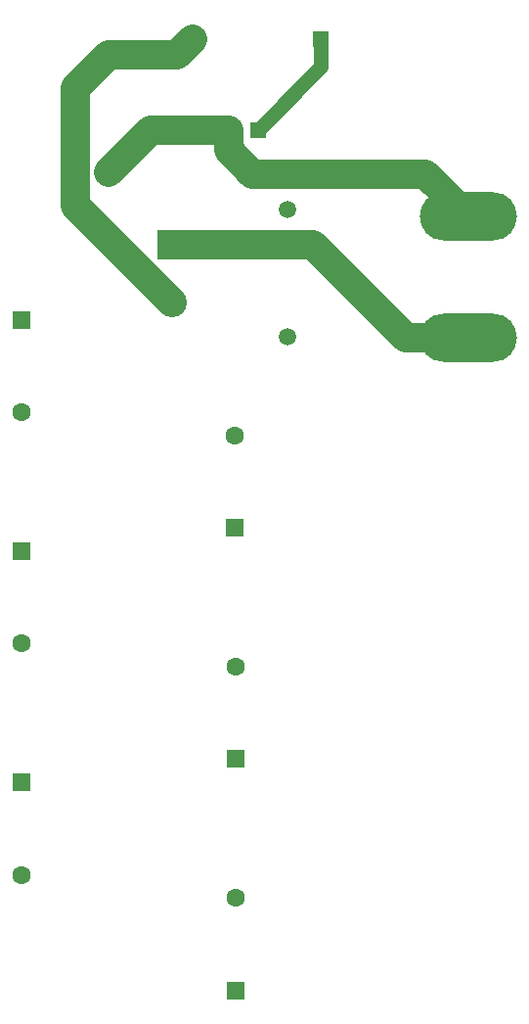
<source format=gbr>
%TF.GenerationSoftware,KiCad,Pcbnew,8.0.5*%
%TF.CreationDate,2024-12-06T09:36:11-05:00*%
%TF.ProjectId,Passive Cap Bank V1,50617373-6976-4652-9043-61702042616e,rev?*%
%TF.SameCoordinates,Original*%
%TF.FileFunction,Copper,L2,Bot*%
%TF.FilePolarity,Positive*%
%FSLAX46Y46*%
G04 Gerber Fmt 4.6, Leading zero omitted, Abs format (unit mm)*
G04 Created by KiCad (PCBNEW 8.0.5) date 2024-12-06 09:36:11*
%MOMM*%
%LPD*%
G01*
G04 APERTURE LIST*
%TA.AperFunction,ComponentPad*%
%ADD10R,1.600200X1.600200*%
%TD*%
%TA.AperFunction,ComponentPad*%
%ADD11C,1.600200*%
%TD*%
%TA.AperFunction,ComponentPad*%
%ADD12C,2.550000*%
%TD*%
%TA.AperFunction,ComponentPad*%
%ADD13R,2.550000X2.550000*%
%TD*%
%TA.AperFunction,ComponentPad*%
%ADD14C,1.508000*%
%TD*%
%TA.AperFunction,ComponentPad*%
%ADD15R,1.397000X1.397000*%
%TD*%
%TA.AperFunction,ComponentPad*%
%ADD16C,1.397000*%
%TD*%
%TA.AperFunction,ComponentPad*%
%ADD17C,2.184400*%
%TD*%
%TA.AperFunction,ComponentPad*%
%ADD18O,8.400000X4.200000*%
%TD*%
%TA.AperFunction,Conductor*%
%ADD19C,2.500000*%
%TD*%
%TA.AperFunction,Conductor*%
%ADD20C,1.250000*%
%TD*%
G04 APERTURE END LIST*
D10*
%TO.P,C1,1,+*%
%TO.N,V_15*%
X150000000Y-67000000D03*
D11*
%TO.P,C1,2,-*%
%TO.N,Net-(C1--)*%
X150000000Y-74999999D03*
%TD*%
D10*
%TO.P,C5,1,+*%
%TO.N,Net-(C4--)*%
X168500000Y-104999998D03*
D11*
%TO.P,C5,2,-*%
%TO.N,Net-(C5--)*%
X168500000Y-96999999D03*
%TD*%
D10*
%TO.P,C3,1,+*%
%TO.N,Net-(C2--)*%
X150000000Y-106999999D03*
D11*
%TO.P,C3,2,-*%
%TO.N,Net-(C3--)*%
X150000000Y-114999998D03*
%TD*%
D10*
%TO.P,C2,1,+*%
%TO.N,Net-(C1--)*%
X150000000Y-86999999D03*
D11*
%TO.P,C2,2,-*%
%TO.N,Net-(C2--)*%
X150000000Y-94999998D03*
%TD*%
D10*
%TO.P,C4,1,+*%
%TO.N,Net-(C3--)*%
X168500000Y-124999997D03*
D11*
%TO.P,C4,2,-*%
%TO.N,Net-(C4--)*%
X168500000Y-116999998D03*
%TD*%
D10*
%TO.P,C6,1,+*%
%TO.N,Net-(C5--)*%
X168467626Y-85007199D03*
D11*
%TO.P,C6,2,-*%
%TO.N,GND*%
X168467626Y-77007200D03*
%TD*%
D12*
%TO.P,J1,N*%
%TO.N,GND*%
X163000000Y-65500000D03*
D13*
%TO.P,J1,P*%
%TO.N,V_15*%
X163000000Y-60500000D03*
D14*
%TO.P,J1,S1*%
%TO.N,N/C*%
X173000000Y-68500000D03*
%TO.P,J1,S2*%
X173000000Y-57500000D03*
%TD*%
D15*
%TO.P,R14,1*%
%TO.N,Net-(D1-K)*%
X175891170Y-42730000D03*
D16*
%TO.P,R14,2*%
%TO.N,GND*%
X164788830Y-42730000D03*
%TD*%
D15*
%TO.P,D1,1,K*%
%TO.N,Net-(D1-K)*%
X170450000Y-50570000D03*
D16*
%TO.P,D1,2,A*%
%TO.N,Net-(D1-A)*%
X167910000Y-50570000D03*
%TD*%
D17*
%TO.P,R13,1*%
%TO.N,Net-(D1-A)*%
X157470000Y-54251000D03*
%TO.P,R13,3*%
%TO.N,GND*%
X157470000Y-44091000D03*
%TD*%
D18*
%TO.P,SW1,1,A*%
%TO.N,V_15*%
X188650000Y-68590000D03*
%TO.P,SW1,2,B*%
%TO.N,Net-(D1-A)*%
X188650000Y-58090000D03*
%TD*%
D19*
%TO.N,V_15*%
X188650000Y-68590000D02*
X183250000Y-68590000D01*
X175160000Y-60500000D02*
X163000000Y-60500000D01*
X183250000Y-68590000D02*
X175160000Y-60500000D01*
%TO.N,GND*%
X163000000Y-65500000D02*
X154630000Y-57130000D01*
X154630000Y-57130000D02*
X154630000Y-46931000D01*
X163427830Y-44091000D02*
X164788830Y-42730000D01*
X157470000Y-44091000D02*
X163427830Y-44091000D01*
X154630000Y-46931000D02*
X157470000Y-44091000D01*
D20*
%TO.N,Net-(D1-K)*%
X175891170Y-45128830D02*
X170450000Y-50570000D01*
X175891170Y-42730000D02*
X175891170Y-45128830D01*
D19*
%TO.N,Net-(D1-A)*%
X169963000Y-54380000D02*
X167910000Y-52327000D01*
X161151000Y-50570000D02*
X157470000Y-54251000D01*
X169963000Y-54380000D02*
X184940000Y-54380000D01*
X184940000Y-54380000D02*
X188650000Y-58090000D01*
X167910000Y-52327000D02*
X167910000Y-50570000D01*
X167910000Y-50570000D02*
X161151000Y-50570000D01*
%TD*%
M02*

</source>
